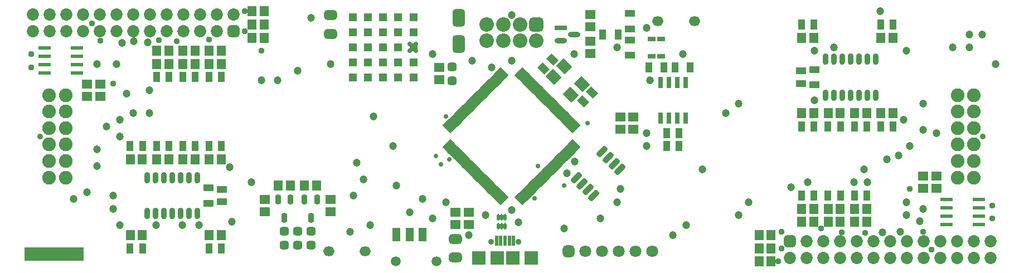
<source format=gts>
G04*
G04 #@! TF.GenerationSoftware,Altium Limited,Altium Designer,24.2.2 (26)*
G04*
G04 Layer_Color=8388736*
%FSLAX44Y44*%
%MOMM*%
G71*
G04*
G04 #@! TF.SameCoordinates,3371D80B-0F78-471C-A55E-DE17B926B390*
G04*
G04*
G04 #@! TF.FilePolarity,Negative*
G04*
G01*
G75*
%ADD28R,1.9812X0.5588*%
%ADD45R,9.0000X2.1590*%
%ADD46C,1.2032*%
%ADD47R,1.5532X1.3532*%
%ADD48C,0.7032*%
%ADD49C,0.9532*%
%ADD50R,1.3532X1.5532*%
G04:AMPARAMS|DCode=51|XSize=1.9032mm|YSize=2.7032mm|CornerRadius=0.5266mm|HoleSize=0mm|Usage=FLASHONLY|Rotation=180.000|XOffset=0mm|YOffset=0mm|HoleType=Round|Shape=RoundedRectangle|*
%AMROUNDEDRECTD51*
21,1,1.9032,1.6500,0,0,180.0*
21,1,0.8500,2.7032,0,0,180.0*
1,1,1.0532,-0.4250,0.8250*
1,1,1.0532,0.4250,0.8250*
1,1,1.0532,0.4250,-0.8250*
1,1,1.0532,-0.4250,-0.8250*
%
%ADD51ROUNDEDRECTD51*%
G04:AMPARAMS|DCode=52|XSize=0.9532mm|YSize=0.4532mm|CornerRadius=0.1116mm|HoleSize=0mm|Usage=FLASHONLY|Rotation=90.000|XOffset=0mm|YOffset=0mm|HoleType=Round|Shape=RoundedRectangle|*
%AMROUNDEDRECTD52*
21,1,0.9532,0.2300,0,0,90.0*
21,1,0.7300,0.4532,0,0,90.0*
1,1,0.2232,0.1150,0.3650*
1,1,0.2232,0.1150,-0.3650*
1,1,0.2232,-0.1150,-0.3650*
1,1,0.2232,-0.1150,0.3650*
%
%ADD52ROUNDEDRECTD52*%
G04:AMPARAMS|DCode=53|XSize=1.8032mm|YSize=1.6032mm|CornerRadius=0mm|HoleSize=0mm|Usage=FLASHONLY|Rotation=315.000|XOffset=0mm|YOffset=0mm|HoleType=Round|Shape=Rectangle|*
%AMROTATEDRECTD53*
4,1,4,-1.2044,0.0707,-0.0707,1.2044,1.2044,-0.0707,0.0707,-1.2044,-1.2044,0.0707,0.0*
%
%ADD53ROTATEDRECTD53*%

%ADD54R,0.6032X1.5532*%
%ADD55R,2.0032X2.1032*%
%ADD56R,2.1032X2.1032*%
G04:AMPARAMS|DCode=57|XSize=0.8032mm|YSize=1.6532mm|CornerRadius=0.2516mm|HoleSize=0mm|Usage=FLASHONLY|Rotation=180.000|XOffset=0mm|YOffset=0mm|HoleType=Round|Shape=RoundedRectangle|*
%AMROUNDEDRECTD57*
21,1,0.8032,1.1500,0,0,180.0*
21,1,0.3000,1.6532,0,0,180.0*
1,1,0.5032,-0.1500,0.5750*
1,1,0.5032,0.1500,0.5750*
1,1,0.5032,0.1500,-0.5750*
1,1,0.5032,-0.1500,-0.5750*
%
%ADD57ROUNDEDRECTD57*%
%ADD58R,0.8032X1.7532*%
G04:AMPARAMS|DCode=59|XSize=0.8532mm|YSize=1.9032mm|CornerRadius=0.2641mm|HoleSize=0mm|Usage=FLASHONLY|Rotation=315.000|XOffset=0mm|YOffset=0mm|HoleType=Round|Shape=RoundedRectangle|*
%AMROUNDEDRECTD59*
21,1,0.8532,1.3750,0,0,315.0*
21,1,0.3250,1.9032,0,0,315.0*
1,1,0.5282,-0.3712,-0.6010*
1,1,0.5282,-0.6010,-0.3712*
1,1,0.5282,0.3712,0.6010*
1,1,0.5282,0.6010,0.3712*
%
%ADD59ROUNDEDRECTD59*%
G04:AMPARAMS|DCode=60|XSize=1.6782mm|YSize=0.5032mm|CornerRadius=0mm|HoleSize=0mm|Usage=FLASHONLY|Rotation=315.000|XOffset=0mm|YOffset=0mm|HoleType=Round|Shape=Rectangle|*
%AMROTATEDRECTD60*
4,1,4,-0.7712,0.4154,-0.4154,0.7712,0.7712,-0.4154,0.4154,-0.7712,-0.7712,0.4154,0.0*
%
%ADD60ROTATEDRECTD60*%

G04:AMPARAMS|DCode=61|XSize=1.6782mm|YSize=0.5032mm|CornerRadius=0mm|HoleSize=0mm|Usage=FLASHONLY|Rotation=225.000|XOffset=0mm|YOffset=0mm|HoleType=Round|Shape=Rectangle|*
%AMROTATEDRECTD61*
4,1,4,0.4154,0.7712,0.7712,0.4154,-0.4154,-0.7712,-0.7712,-0.4154,0.4154,0.7712,0.0*
%
%ADD61ROTATEDRECTD61*%

%ADD62O,1.9032X0.8032*%
%ADD63R,1.9032X0.8032*%
G04:AMPARAMS|DCode=64|XSize=0.8532mm|YSize=1.4532mm|CornerRadius=0.2641mm|HoleSize=0mm|Usage=FLASHONLY|Rotation=0.000|XOffset=0mm|YOffset=0mm|HoleType=Round|Shape=RoundedRectangle|*
%AMROUNDEDRECTD64*
21,1,0.8532,0.9250,0,0,0.0*
21,1,0.3250,1.4532,0,0,0.0*
1,1,0.5282,0.1625,-0.4625*
1,1,0.5282,-0.1625,-0.4625*
1,1,0.5282,-0.1625,0.4625*
1,1,0.5282,0.1625,0.4625*
%
%ADD64ROUNDEDRECTD64*%
%ADD65R,1.3032X0.8032*%
G04:AMPARAMS|DCode=66|XSize=1.9532mm|YSize=1.4532mm|CornerRadius=0.4141mm|HoleSize=0mm|Usage=FLASHONLY|Rotation=180.000|XOffset=0mm|YOffset=0mm|HoleType=Round|Shape=RoundedRectangle|*
%AMROUNDEDRECTD66*
21,1,1.9532,0.6250,0,0,180.0*
21,1,1.1250,1.4532,0,0,180.0*
1,1,0.8282,-0.5625,0.3125*
1,1,0.8282,0.5625,0.3125*
1,1,0.8282,0.5625,-0.3125*
1,1,0.8282,-0.5625,-0.3125*
%
%ADD66ROUNDEDRECTD66*%
%ADD67R,1.2032X2.1032*%
%ADD68R,1.3032X1.3032*%
G04:AMPARAMS|DCode=69|XSize=1.4032mm|YSize=1.3032mm|CornerRadius=0.3766mm|HoleSize=0mm|Usage=FLASHONLY|Rotation=0.000|XOffset=0mm|YOffset=0mm|HoleType=Round|Shape=RoundedRectangle|*
%AMROUNDEDRECTD69*
21,1,1.4032,0.5500,0,0,0.0*
21,1,0.6500,1.3032,0,0,0.0*
1,1,0.7532,0.3250,-0.2750*
1,1,0.7532,-0.3250,-0.2750*
1,1,0.7532,-0.3250,0.2750*
1,1,0.7532,0.3250,0.2750*
%
%ADD69ROUNDEDRECTD69*%
%ADD70R,1.1032X1.5032*%
%ADD71R,1.5032X1.1032*%
G04:AMPARAMS|DCode=72|XSize=1.1032mm|YSize=1.5032mm|CornerRadius=0mm|HoleSize=0mm|Usage=FLASHONLY|Rotation=225.000|XOffset=0mm|YOffset=0mm|HoleType=Round|Shape=Rectangle|*
%AMROTATEDRECTD72*
4,1,4,-0.1414,0.9215,0.9215,-0.1414,0.1414,-0.9215,-0.9215,0.1414,-0.1414,0.9215,0.0*
%
%ADD72ROTATEDRECTD72*%

%ADD73C,1.8532*%
G04:AMPARAMS|DCode=74|XSize=1.8532mm|YSize=1.8532mm|CornerRadius=0.5141mm|HoleSize=0mm|Usage=FLASHONLY|Rotation=180.000|XOffset=0mm|YOffset=0mm|HoleType=Round|Shape=RoundedRectangle|*
%AMROUNDEDRECTD74*
21,1,1.8532,0.8250,0,0,180.0*
21,1,0.8250,1.8532,0,0,180.0*
1,1,1.0282,-0.4125,0.4125*
1,1,1.0282,0.4125,0.4125*
1,1,1.0282,0.4125,-0.4125*
1,1,1.0282,-0.4125,-0.4125*
%
%ADD74ROUNDEDRECTD74*%
%ADD75C,0.9032*%
%ADD76C,1.8032*%
G04:AMPARAMS|DCode=77|XSize=1.8032mm|YSize=1.8032mm|CornerRadius=0.5016mm|HoleSize=0mm|Usage=FLASHONLY|Rotation=0.000|XOffset=0mm|YOffset=0mm|HoleType=Round|Shape=RoundedRectangle|*
%AMROUNDEDRECTD77*
21,1,1.8032,0.8000,0,0,0.0*
21,1,0.8000,1.8032,0,0,0.0*
1,1,1.0032,0.4000,-0.4000*
1,1,1.0032,-0.4000,-0.4000*
1,1,1.0032,-0.4000,0.4000*
1,1,1.0032,0.4000,0.4000*
%
%ADD77ROUNDEDRECTD77*%
%ADD78O,1.7032X1.4532*%
%ADD79C,2.2032*%
G04:AMPARAMS|DCode=80|XSize=2.2032mm|YSize=2.2032mm|CornerRadius=0.6016mm|HoleSize=0mm|Usage=FLASHONLY|Rotation=90.000|XOffset=0mm|YOffset=0mm|HoleType=Round|Shape=RoundedRectangle|*
%AMROUNDEDRECTD80*
21,1,2.2032,1.0000,0,0,90.0*
21,1,1.0000,2.2032,0,0,90.0*
1,1,1.2032,0.5000,0.5000*
1,1,1.2032,0.5000,-0.5000*
1,1,1.2032,-0.5000,-0.5000*
1,1,1.2032,-0.5000,0.5000*
%
%ADD80ROUNDEDRECTD80*%
%ADD81C,2.0782*%
%ADD82C,0.8782*%
%ADD83C,1.5032*%
D28*
X1459638Y165950D02*
D03*
Y178650D02*
D03*
Y191350D02*
D03*
Y204050D02*
D03*
X1410362D02*
D03*
Y191350D02*
D03*
Y178650D02*
D03*
Y165950D02*
D03*
X40362Y434050D02*
D03*
Y421350D02*
D03*
Y408650D02*
D03*
Y395950D02*
D03*
X89638D02*
D03*
Y408650D02*
D03*
Y421350D02*
D03*
Y434050D02*
D03*
D45*
X55001Y120794D02*
D03*
D46*
X846054Y261959D02*
D03*
X750439Y188090D02*
D03*
X1015000Y165000D02*
D03*
X615000Y205000D02*
D03*
X505000Y155000D02*
D03*
X1095000Y350000D02*
D03*
X690000Y415000D02*
D03*
X570000Y285000D02*
D03*
X510000Y210000D02*
D03*
X355000Y230000D02*
D03*
X1240000Y435000D02*
D03*
X250000Y165000D02*
D03*
X475000Y410000D02*
D03*
X1075000Y335000D02*
D03*
X1285000Y250000D02*
D03*
X535000Y165000D02*
D03*
X515000Y260000D02*
D03*
X200000Y335000D02*
D03*
X1485000Y410000D02*
D03*
X275000Y165000D02*
D03*
X595000Y185000D02*
D03*
X915000Y220000D02*
D03*
X1345000Y325000D02*
D03*
X425000Y400000D02*
D03*
X1095000Y180000D02*
D03*
X200000Y370000D02*
D03*
X158785Y441913D02*
D03*
X120000Y410000D02*
D03*
X370000Y385000D02*
D03*
X1375000Y190000D02*
D03*
X1270000Y230000D02*
D03*
X1200000D02*
D03*
X1174773Y222342D02*
D03*
X1290000Y230000D02*
D03*
X575000Y225000D02*
D03*
X995000Y150000D02*
D03*
X165000Y365000D02*
D03*
X176300Y444439D02*
D03*
X1350000Y200000D02*
D03*
X1312845Y154292D02*
D03*
X1370000Y171241D02*
D03*
X150000Y410000D02*
D03*
X1110000Y200000D02*
D03*
X395000Y385000D02*
D03*
X197758Y442696D02*
D03*
X1350000Y180000D02*
D03*
X1340000Y155000D02*
D03*
X325000Y170000D02*
D03*
X321605Y252937D02*
D03*
X525000Y235000D02*
D03*
X1040000Y250000D02*
D03*
X1210000Y355000D02*
D03*
Y430000D02*
D03*
X885000Y175000D02*
D03*
X955000Y285000D02*
D03*
X910000Y200000D02*
D03*
X710000Y180000D02*
D03*
X760000Y169785D02*
D03*
X650000Y200000D02*
D03*
X955000Y305000D02*
D03*
X833610Y244008D02*
D03*
X830000Y160000D02*
D03*
X720000Y405000D02*
D03*
X85000Y205000D02*
D03*
X105000Y215000D02*
D03*
X155000Y325000D02*
D03*
X120000Y255000D02*
D03*
Y280000D02*
D03*
X135000Y315000D02*
D03*
X175000Y335000D02*
D03*
X210000Y165000D02*
D03*
X145000Y190000D02*
D03*
Y210000D02*
D03*
X155000Y300000D02*
D03*
Y165000D02*
D03*
X1337386Y270641D02*
D03*
X1320000Y265000D02*
D03*
X1355000Y285000D02*
D03*
X1395000Y305000D02*
D03*
X1350000Y430000D02*
D03*
X1375000Y310000D02*
D03*
Y350000D02*
D03*
X1445000Y455000D02*
D03*
Y435000D02*
D03*
X1420000D02*
D03*
X1310000Y490000D02*
D03*
X445000Y480000D02*
D03*
X750000Y415000D02*
D03*
X845000Y425000D02*
D03*
X910000Y435000D02*
D03*
X960000Y385000D02*
D03*
X955000Y465000D02*
D03*
X685000Y150000D02*
D03*
X1465000Y455000D02*
D03*
X630000Y425000D02*
D03*
Y175000D02*
D03*
X540000Y330000D02*
D03*
X1010000Y425000D02*
D03*
X749965Y484685D02*
D03*
D47*
X935000Y329250D02*
D03*
Y310750D02*
D03*
X915000Y329250D02*
D03*
Y310750D02*
D03*
X665000Y184250D02*
D03*
Y165750D02*
D03*
X685000D02*
D03*
Y184250D02*
D03*
X375000Y204250D02*
D03*
Y185750D02*
D03*
X475000Y204250D02*
D03*
Y185750D02*
D03*
X1375000Y220750D02*
D03*
Y239250D02*
D03*
X125000Y379250D02*
D03*
Y360750D02*
D03*
X1395000Y239250D02*
D03*
Y220750D02*
D03*
X105000Y360750D02*
D03*
Y379250D02*
D03*
X870000Y485000D02*
D03*
Y466500D02*
D03*
Y425750D02*
D03*
Y444250D02*
D03*
X640000Y405000D02*
D03*
Y386500D02*
D03*
D48*
X865000Y320000D02*
D03*
X830000Y225000D02*
D03*
X784711Y205737D02*
D03*
X650000Y330000D02*
D03*
X642275Y257547D02*
D03*
X655000Y265000D02*
D03*
X635000Y270000D02*
D03*
X595000Y430000D02*
D03*
X605000D02*
D03*
Y440000D02*
D03*
X595000D02*
D03*
X790000Y255000D02*
D03*
D49*
X20000Y425000D02*
D03*
Y405000D02*
D03*
X112424Y471826D02*
D03*
X125000Y445000D02*
D03*
X145000Y380000D02*
D03*
X345000Y490000D02*
D03*
X214132Y446577D02*
D03*
X241281Y444439D02*
D03*
X290065Y446730D02*
D03*
X370000Y430000D02*
D03*
X345000Y460000D02*
D03*
X1480000Y175000D02*
D03*
Y195000D02*
D03*
X1387531Y127500D02*
D03*
X1375000Y155000D02*
D03*
X1355000Y220000D02*
D03*
X1155000Y110000D02*
D03*
X1287035Y153042D02*
D03*
X1251527Y153791D02*
D03*
X1220000Y160000D02*
D03*
X1160000Y130000D02*
D03*
Y155000D02*
D03*
D50*
X1144250Y130000D02*
D03*
X1125750D02*
D03*
X1144250Y150000D02*
D03*
X1125750D02*
D03*
X1144250Y110000D02*
D03*
X1125750D02*
D03*
X414250Y225000D02*
D03*
X395750D02*
D03*
X435000D02*
D03*
X453500D02*
D03*
X374250Y450000D02*
D03*
X355750D02*
D03*
X374249Y470004D02*
D03*
X355749D02*
D03*
X374250Y490000D02*
D03*
X355750D02*
D03*
X1289250Y190000D02*
D03*
X1270750D02*
D03*
X210750Y410000D02*
D03*
X229250D02*
D03*
X1270750Y170000D02*
D03*
X1289250D02*
D03*
X229250Y430000D02*
D03*
X210750D02*
D03*
X1249250Y190000D02*
D03*
X1230750D02*
D03*
X250750Y410000D02*
D03*
X269250D02*
D03*
X1230750Y170000D02*
D03*
X1249250D02*
D03*
X269250Y430000D02*
D03*
X250750D02*
D03*
X1209250Y190000D02*
D03*
X1190750D02*
D03*
X290750Y410000D02*
D03*
X309250D02*
D03*
X1190750Y170000D02*
D03*
X1209250D02*
D03*
X309250Y430000D02*
D03*
X290750D02*
D03*
X1209250Y450000D02*
D03*
X1190750D02*
D03*
X290750Y150000D02*
D03*
X309250D02*
D03*
X1329250Y450000D02*
D03*
X1310750D02*
D03*
X170750Y150000D02*
D03*
X189250D02*
D03*
X1209250Y335000D02*
D03*
X1190750D02*
D03*
X290750Y265000D02*
D03*
X309250D02*
D03*
X1310750Y335000D02*
D03*
X1329250D02*
D03*
X189250Y265000D02*
D03*
X170750D02*
D03*
X1249250Y335000D02*
D03*
X1230750D02*
D03*
X250750Y265000D02*
D03*
X269250D02*
D03*
X1270750Y335000D02*
D03*
X1289250D02*
D03*
X229250Y265000D02*
D03*
X210750D02*
D03*
D51*
X670000Y440250D02*
D03*
Y479750D02*
D03*
D52*
X730000Y163100D02*
D03*
X735000D02*
D03*
X740000D02*
D03*
Y176900D02*
D03*
X735000D02*
D03*
X730000D02*
D03*
D53*
X813433Y390303D02*
D03*
X840303Y363433D02*
D03*
X856567Y379697D02*
D03*
X829697Y406567D02*
D03*
D54*
X746500Y141750D02*
D03*
X740000D02*
D03*
X733500D02*
D03*
X753000D02*
D03*
X727000D02*
D03*
D55*
X780000Y115000D02*
D03*
X700000D02*
D03*
D56*
X752000D02*
D03*
X728000D02*
D03*
D57*
X1303100Y417250D02*
D03*
X1290400D02*
D03*
X1277700D02*
D03*
X1265000D02*
D03*
X1252300D02*
D03*
X1239600D02*
D03*
X1226900D02*
D03*
X1303100Y362750D02*
D03*
X1290400D02*
D03*
X1277700D02*
D03*
X1265000D02*
D03*
X1252300D02*
D03*
X1239600D02*
D03*
X1226900D02*
D03*
X196900Y182750D02*
D03*
X209600D02*
D03*
X222300D02*
D03*
X235000D02*
D03*
X247700D02*
D03*
X260400D02*
D03*
X273100D02*
D03*
X196900Y237250D02*
D03*
X209600D02*
D03*
X222300D02*
D03*
X235000D02*
D03*
X247700D02*
D03*
X260400D02*
D03*
X273100D02*
D03*
D58*
X1014050Y382000D02*
D03*
X1001350D02*
D03*
X988650D02*
D03*
X975950D02*
D03*
X1014050Y328000D02*
D03*
X1001350D02*
D03*
X988650D02*
D03*
X975950D02*
D03*
D59*
X848059Y236941D02*
D03*
X857039Y227960D02*
D03*
X866020Y218980D02*
D03*
X875000Y210000D02*
D03*
X887657Y276539D02*
D03*
X896637Y267558D02*
D03*
X905618Y258578D02*
D03*
X914598Y249598D02*
D03*
D60*
X847142Y287710D02*
D03*
X843607Y284175D02*
D03*
X840071Y280639D02*
D03*
X836536Y277104D02*
D03*
X833000Y273568D02*
D03*
X829465Y270033D02*
D03*
X825929Y266497D02*
D03*
X822394Y262962D02*
D03*
X818858Y259426D02*
D03*
X815322Y255891D02*
D03*
X811787Y252355D02*
D03*
X808251Y248820D02*
D03*
X804716Y245284D02*
D03*
X801180Y241749D02*
D03*
X797645Y238213D02*
D03*
X794109Y234678D02*
D03*
X790574Y231142D02*
D03*
X787038Y227606D02*
D03*
X783503Y224071D02*
D03*
X779967Y220535D02*
D03*
X776432Y217000D02*
D03*
X772896Y213464D02*
D03*
X769361Y209929D02*
D03*
X765825Y206393D02*
D03*
X762290Y202858D02*
D03*
X652858Y312290D02*
D03*
X656393Y315825D02*
D03*
X659929Y319361D02*
D03*
X663464Y322896D02*
D03*
X667000Y326432D02*
D03*
X670535Y329967D02*
D03*
X674071Y333503D02*
D03*
X677606Y337038D02*
D03*
X681142Y340574D02*
D03*
X684678Y344109D02*
D03*
X688213Y347645D02*
D03*
X691749Y351180D02*
D03*
X695284Y354716D02*
D03*
X698820Y358251D02*
D03*
X702355Y361787D02*
D03*
X705891Y365322D02*
D03*
X709426Y368858D02*
D03*
X712962Y372394D02*
D03*
X716497Y375929D02*
D03*
X720033Y379465D02*
D03*
X723568Y383000D02*
D03*
X727104Y386536D02*
D03*
X730639Y390071D02*
D03*
X734175Y393607D02*
D03*
X737710Y397142D02*
D03*
D61*
Y202858D02*
D03*
X734175Y206393D02*
D03*
X730639Y209929D02*
D03*
X727104Y213464D02*
D03*
X723568Y217000D02*
D03*
X720033Y220535D02*
D03*
X716497Y224071D02*
D03*
X712962Y227606D02*
D03*
X709426Y231142D02*
D03*
X705891Y234678D02*
D03*
X702355Y238213D02*
D03*
X698820Y241749D02*
D03*
X695284Y245284D02*
D03*
X691749Y248820D02*
D03*
X688213Y252355D02*
D03*
X684678Y255891D02*
D03*
X681142Y259426D02*
D03*
X677606Y262962D02*
D03*
X674071Y266497D02*
D03*
X670535Y270033D02*
D03*
X667000Y273568D02*
D03*
X663464Y277104D02*
D03*
X659929Y280639D02*
D03*
X656393Y284175D02*
D03*
X652858Y287710D02*
D03*
X762290Y397142D02*
D03*
X765825Y393607D02*
D03*
X769361Y390071D02*
D03*
X772896Y386536D02*
D03*
X776432Y383000D02*
D03*
X779967Y379465D02*
D03*
X783503Y375929D02*
D03*
X787038Y372394D02*
D03*
X790574Y368858D02*
D03*
X794109Y365322D02*
D03*
X797645Y361787D02*
D03*
X801180Y358251D02*
D03*
X804716Y354716D02*
D03*
X808251Y351180D02*
D03*
X811787Y347645D02*
D03*
X815322Y344109D02*
D03*
X818858Y340574D02*
D03*
X822394Y337038D02*
D03*
X825929Y333503D02*
D03*
X829465Y329967D02*
D03*
X833000Y326432D02*
D03*
X836536Y322896D02*
D03*
X840071Y319361D02*
D03*
X843607Y315825D02*
D03*
X847142Y312290D02*
D03*
D62*
X845000Y455000D02*
D03*
X825000Y445500D02*
D03*
D63*
Y464500D02*
D03*
D64*
X405000Y175750D02*
D03*
X395500Y204250D02*
D03*
X414500D02*
D03*
X445000Y175750D02*
D03*
X435500Y204250D02*
D03*
X454500D02*
D03*
D65*
X977000Y448000D02*
D03*
X963000Y422000D02*
D03*
X977000D02*
D03*
X963000Y448000D02*
D03*
D66*
X665000Y144250D02*
D03*
Y115750D02*
D03*
X475000Y484250D02*
D03*
Y455750D02*
D03*
D67*
X575000Y150500D02*
D03*
X595000D02*
D03*
X615000D02*
D03*
D68*
X509200Y480800D02*
D03*
X532100D02*
D03*
X555000D02*
D03*
X577900D02*
D03*
X600800D02*
D03*
X509200Y457900D02*
D03*
X532100D02*
D03*
X555000D02*
D03*
X577900D02*
D03*
X600800D02*
D03*
X509200Y435000D02*
D03*
X532100D02*
D03*
X555000D02*
D03*
X577900D02*
D03*
X600800D02*
D03*
X509200Y412100D02*
D03*
X532100D02*
D03*
X555000D02*
D03*
X577900D02*
D03*
X600800D02*
D03*
X509200Y389200D02*
D03*
X532100D02*
D03*
X555000D02*
D03*
X577900D02*
D03*
X600800D02*
D03*
D69*
X405000Y134500D02*
D03*
Y155500D02*
D03*
X425005Y134501D02*
D03*
Y155500D02*
D03*
X445000Y134500D02*
D03*
Y155500D02*
D03*
X660000Y405500D02*
D03*
Y384500D02*
D03*
D70*
X1289500Y210000D02*
D03*
X1270500D02*
D03*
X210500Y390000D02*
D03*
X229500D02*
D03*
X1249500Y210000D02*
D03*
X1230500D02*
D03*
X250500Y390000D02*
D03*
X269500D02*
D03*
X1209500Y210000D02*
D03*
X1190500D02*
D03*
X290500Y390000D02*
D03*
X309500D02*
D03*
X1209500Y470000D02*
D03*
X1190500D02*
D03*
X290500Y130000D02*
D03*
X309500D02*
D03*
X1310500Y470000D02*
D03*
X1329500D02*
D03*
X189500Y130000D02*
D03*
X170500D02*
D03*
X1209500Y315000D02*
D03*
X1190500D02*
D03*
X290500Y285000D02*
D03*
X309500D02*
D03*
X1329500Y315000D02*
D03*
X1310500D02*
D03*
X170500Y285000D02*
D03*
X189500D02*
D03*
X1249500Y315000D02*
D03*
X1230500D02*
D03*
X250500Y285000D02*
D03*
X269500D02*
D03*
X1289500Y315000D02*
D03*
X1270500D02*
D03*
X210500Y285000D02*
D03*
X229500D02*
D03*
X985500Y285000D02*
D03*
X1004500D02*
D03*
X985500Y305005D02*
D03*
X1004500D02*
D03*
X888500Y455000D02*
D03*
X911500D02*
D03*
X958500Y405000D02*
D03*
X981500D02*
D03*
X1021500D02*
D03*
X998500D02*
D03*
D71*
X1190000Y399502D02*
D03*
Y380502D02*
D03*
X310000Y200500D02*
D03*
Y219500D02*
D03*
X1210000Y378500D02*
D03*
Y401500D02*
D03*
X290000Y221500D02*
D03*
Y198500D02*
D03*
X930000Y463500D02*
D03*
Y486500D02*
D03*
X930000Y446500D02*
D03*
Y423500D02*
D03*
D72*
X811718Y416717D02*
D03*
X798282Y403283D02*
D03*
X858282Y353283D02*
D03*
X871718Y366717D02*
D03*
D73*
X22600Y485200D02*
D03*
X48000D02*
D03*
X22600Y459800D02*
D03*
X48000D02*
D03*
X73400Y485200D02*
D03*
Y459800D02*
D03*
X124200Y485200D02*
D03*
Y459800D02*
D03*
X175000Y485200D02*
D03*
Y459800D02*
D03*
X251200Y485200D02*
D03*
Y459800D02*
D03*
X276600Y485200D02*
D03*
Y459800D02*
D03*
X327400Y485200D02*
D03*
X302000Y459800D02*
D03*
Y485200D02*
D03*
X225800Y459800D02*
D03*
Y485200D02*
D03*
X200400Y459800D02*
D03*
Y485200D02*
D03*
X149600Y459800D02*
D03*
Y485200D02*
D03*
X98800Y459800D02*
D03*
Y485200D02*
D03*
X1401200Y114800D02*
D03*
Y140200D02*
D03*
X1350400Y114800D02*
D03*
Y140200D02*
D03*
X1299600Y114800D02*
D03*
Y140200D02*
D03*
X1274200Y114800D02*
D03*
Y140200D02*
D03*
X1198000Y114800D02*
D03*
Y140200D02*
D03*
X1172600Y114800D02*
D03*
X1223400Y140200D02*
D03*
Y114800D02*
D03*
X1248800Y140200D02*
D03*
Y114800D02*
D03*
X1325000Y140200D02*
D03*
Y114800D02*
D03*
X1375800Y140200D02*
D03*
Y114800D02*
D03*
X1426600Y140200D02*
D03*
Y114800D02*
D03*
X1452000Y140200D02*
D03*
X1477400D02*
D03*
X1452000Y114800D02*
D03*
X1477400D02*
D03*
D74*
X327400Y459800D02*
D03*
X1172600Y140200D02*
D03*
D75*
X760750Y139500D02*
D03*
X719250D02*
D03*
D76*
X963500Y125000D02*
D03*
X938100D02*
D03*
X887300D02*
D03*
X861900D02*
D03*
X912700D02*
D03*
D77*
X836500D02*
D03*
D78*
X1027700Y475000D02*
D03*
X972300D02*
D03*
X472300Y125000D02*
D03*
X527700D02*
D03*
D79*
X762500Y445315D02*
D03*
X737500D02*
D03*
X762500Y470315D02*
D03*
X737500D02*
D03*
X712500D02*
D03*
X787500Y445315D02*
D03*
X712500D02*
D03*
D80*
X787500Y470315D02*
D03*
D81*
X1452500Y237500D02*
D03*
Y262500D02*
D03*
Y287500D02*
D03*
Y312500D02*
D03*
Y337500D02*
D03*
Y362500D02*
D03*
X1427500Y237500D02*
D03*
Y262500D02*
D03*
Y287500D02*
D03*
Y312500D02*
D03*
Y337500D02*
D03*
Y362500D02*
D03*
X47500Y362500D02*
D03*
Y337500D02*
D03*
Y312500D02*
D03*
Y287500D02*
D03*
Y262500D02*
D03*
Y237500D02*
D03*
X72500Y362500D02*
D03*
Y337500D02*
D03*
Y312500D02*
D03*
Y287500D02*
D03*
Y262500D02*
D03*
Y237500D02*
D03*
D82*
X1465900Y300000D02*
D03*
X34100Y300000D02*
D03*
D83*
X573750Y110000D02*
D03*
X636250D02*
D03*
M02*

</source>
